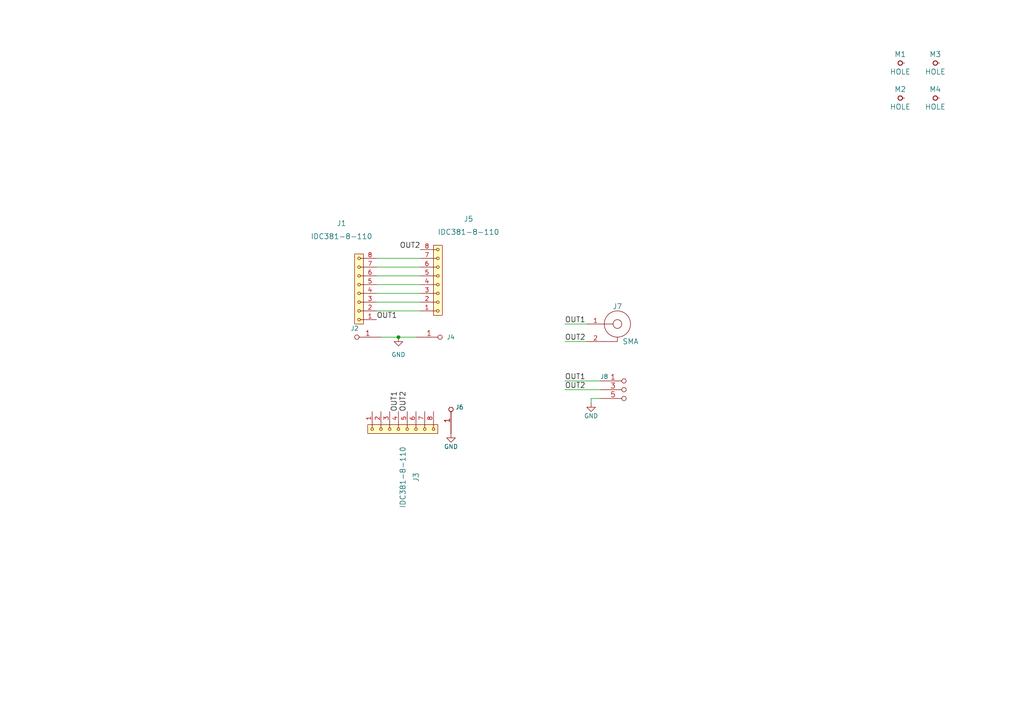
<source format=kicad_sch>
(kicad_sch (version 20211123) (generator eeschema)
  (paper "A4")
  (title_block (title "VLFANT01B") (date "2022-01-26") (company "MLAB") (comment 1 "VLF loop antena interface"))
  (lib_symbols
    (symbol "MLAB_HEADER:HEADER_1x08" (pin_names (offset 1.016))
      (property "Reference" "J" (at 0 -11.43 0))
      (property "Value" "HEADER_1x08" (at 0 11.43 0))
      (symbol "HEADER_1x08_0_1"
        (rectangle (start -1.27 10.16) (end 1.27 -10.16) (fill (type background)))
        (circle (center 0 -8.89) (radius 0.381))
        (circle (center 0 -6.35) (radius 0.381))
        (circle (center 0 -3.81) (radius 0.381))
        (circle (center 0 -1.27) (radius 0.381))
        (polyline (pts (xy -1.27 -8.89) (xy -0.381 -8.89)))
        (polyline (pts (xy -1.27 -6.35) (xy -0.381 -6.35)))
        (polyline (pts (xy -1.27 -3.81) (xy -0.381 -3.81)))
        (polyline (pts (xy -1.27 -1.27) (xy -0.381 -1.27)))
        (polyline (pts (xy -1.27 1.27) (xy -0.381 1.27)))
        (polyline (pts (xy -1.27 3.81) (xy -0.381 3.81)))
        (polyline (pts (xy -1.27 6.35) (xy -0.381 6.35)))
        (polyline (pts (xy -1.27 8.89) (xy -0.381 8.89)))
        (circle (center 0 1.27) (radius 0.381))
        (circle (center 0 3.81) (radius 0.381))
        (circle (center 0 6.35) (radius 0.381))
        (circle (center 0 8.89) (radius 0.381))
      )
      (symbol "HEADER_1x08_1_1"
        (pin input line (at -5.08 8.89 0) (length 3.81) (name "~") (number "1"))
        (pin input line (at -5.08 6.35 0) (length 3.81) (name "~") (number "2"))
        (pin input line (at -5.08 3.81 0) (length 3.81) (name "~") (number "3"))
        (pin input line (at -5.08 1.27 0) (length 3.81) (name "~") (number "4"))
        (pin input line (at -5.08 -1.27 0) (length 3.81) (name "~") (number "5"))
        (pin input line (at -5.08 -3.81 0) (length 3.81) (name "~") (number "6"))
        (pin input line (at -5.08 -6.35 0) (length 3.81) (name "~") (number "7"))
        (pin input line (at -5.08 -8.89 0) (length 3.81) (name "~") (number "8"))
      )
    )
    (symbol "MLAB_Jumpers:JUMP_2x1" (pin_names (offset 1.016) hide)
      (property "Reference" "J" (at 2.54 1.27 0))
      (symbol "JUMP_2x1_1_1"
        (pin passive inverted (at 3.81 0 180) (length 7.62) (name "1") (number "1"))
        (pin passive inverted (at 3.81 0 180) (length 7.62) hide (name "1") (number "2"))
      )
    )
    (symbol "VLFANT01B-rescue:GND" (power) (pin_names (offset 0))
      (property "Value" "GND" (at 0 -3.81 0))
      (symbol "GND_0_1"
        (polyline (pts (xy 0 0) (xy 0 -1.27) (xy 1.27 -1.27) (xy 0 -2.54) (xy -1.27 -1.27) (xy 0 -1.27)))
      )
      (symbol "GND_1_1"
        (pin power_in line (at 0 0 270) (length 0) hide (name "GND") (number "1"))
      )
    )
    (symbol "VLFANT01B-rescue:HOLE" (pin_numbers hide) (pin_names (offset 1.016) hide)
      (property "Reference" "M" (at 0 2.54 0))
      (property "Value" "HOLE" (at 0 -2.54 0))
      (symbol "HOLE_0_1"
        (circle (center 0 0) (radius 0.635) (stroke (width 0.254)))
      )
      (symbol "HOLE_1_1"
        (pin input line (at 1.27 0 180) (length 0.635) (name "~") (number "1"))
      )
    )
    (symbol "VLFANT01B-rescue:JUMP_3X2" (pin_names (offset 1.016) hide)
      (property "Reference" "J" (at -8.89 5.08 0))
      (symbol "JUMP_3X2_1_1"
        (pin passive inverted (at -10.16 3.81 0) (length 7.62) (name "2") (number "1"))
        (pin passive inverted (at -10.16 3.81 0) (length 7.62) hide (name "2") (number "2"))
        (pin passive inverted (at -10.16 1.27 0) (length 7.62) (name "4") (number "3"))
        (pin passive inverted (at -10.16 1.27 0) (length 7.62) hide (name "4") (number "4"))
        (pin passive inverted (at -10.16 -1.27 0) (length 7.62) (name "6") (number "5"))
        (pin passive inverted (at -10.16 -1.27 0) (length 7.62) hide (name "6") (number "6"))
      )
    )
    (symbol "VLFANT01B-rescue:SMA" (pin_names (offset 1.016))
      (property "Reference" "J" (at 0 5.08 0))
      (property "Value" "SMA" (at 3.81 -5.08 0))
      (symbol "SMA_0_1"
        (polyline (pts (xy -1.27 0) (xy -3.81 0)))
        (polyline (pts (xy 0 -3.81) (xy 0 -5.08) (xy -3.81 -5.08)))
        (circle (center 0 0) (radius 1.27))
        (circle (center 0 0) (radius 3.81))
      )
      (symbol "SMA_1_1"
        (pin unspecified line (at -8.89 0 0) (length 5.08) (name "~") (number "1"))
        (pin unspecified line (at -8.89 -5.08 0) (length 5.08) (name "~") (number "2"))
      )
    )
    (symbol "power:GND" (power) (pin_names (offset 0))
      (property "Value" "GND" (at 0 -3.81 0))
      (symbol "GND_0_1"
        (polyline (pts (xy 0 0) (xy 0 -1.27) (xy 1.27 -1.27) (xy 0 -2.54) (xy -1.27 -1.27) (xy 0 -1.27)))
      )
      (symbol "GND_1_1"
        (pin power_in line (at 0 0 270) (length 0) hide (name "GND") (number "1"))
      )
    )
  )
  (junction (at 115.57 97.79))
  (wire (pts (xy 170.18 93.98) (xy 163.83 93.98)))
  (wire (pts (xy 109.22 77.47) (xy 121.92 77.47)))
  (wire (pts (xy 109.22 74.93) (xy 121.92 74.93)))
  (wire (pts (xy 170.18 99.06) (xy 163.83 99.06)))
  (wire (pts (xy 110.49 97.79) (xy 115.57 97.79)))
  (wire (pts (xy 109.22 87.63) (xy 121.92 87.63)))
  (wire (pts (xy 173.99 110.49) (xy 163.83 110.49)))
  (wire (pts (xy 171.45 116.84) (xy 171.45 115.57)))
  (wire (pts (xy 171.45 115.57) (xy 173.99 115.57)))
  (wire (pts (xy 173.99 113.03) (xy 163.83 113.03)))
  (wire (pts (xy 115.57 97.79) (xy 120.65 97.79)))
  (wire (pts (xy 109.22 90.17) (xy 121.92 90.17)))
  (wire (pts (xy 109.22 82.55) (xy 121.92 82.55)))
  (wire (pts (xy 109.22 80.01) (xy 121.92 80.01)))
  (wire (pts (xy 109.22 85.09) (xy 121.92 85.09)))
  (label "OUT2" (at 118.11 119.38 90) (effects (font (size 1.524 1.524))))
  (label "OUT2" (at 163.83 113.03 0) (effects (font (size 1.524 1.524))))
  (label "OUT1" (at 109.22 92.71 0) (effects (font (size 1.524 1.524))))
  (label "OUT2" (at 163.83 99.06 0) (effects (font (size 1.524 1.524))))
  (label "OUT1" (at 115.57 119.38 90) (effects (font (size 1.524 1.524))))
  (label "OUT2" (at 121.92 72.39 180) (effects (font (size 1.524 1.524))))
  (label "OUT1" (at 163.83 93.98 0) (effects (font (size 1.524 1.524))))
  (label "OUT1" (at 163.83 110.49 0) (effects (font (size 1.524 1.524))))
  (symbol (lib_id "VLFANT01B-rescue:HOLE") (at 261.112 18.288 0) (unit 1) (in_bom no)
    (property "Reference" "M1" (at 261.112 15.748 0) (effects (font (size 1.524 1.524))))
    (property "Value" "HOLE" (at 261.112 20.828 0) (effects (font (size 1.524 1.524))))
    (property "Footprint" "Mlab_Mechanical:MountingHole_3mm" (effects hide))
  )
  (symbol (lib_id "VLFANT01B-rescue:HOLE") (at 271.272 18.288 0) (unit 1) (in_bom no)
    (property "Reference" "M3" (at 271.272 15.748 0) (effects (font (size 1.524 1.524))))
    (property "Value" "HOLE" (at 271.272 20.828 0) (effects (font (size 1.524 1.524))))
    (property "Footprint" "Mlab_Mechanical:MountingHole_3mm" (effects hide))
  )
  (symbol (lib_id "VLFANT01B-rescue:HOLE") (at 261.112 28.448 0) (unit 1) (in_bom no)
    (property "Reference" "M2" (at 261.112 25.908 0) (effects (font (size 1.524 1.524))))
    (property "Value" "HOLE" (at 261.112 30.988 0) (effects (font (size 1.524 1.524))))
    (property "Footprint" "Mlab_Mechanical:MountingHole_3mm" (effects hide))
  )
  (symbol (lib_id "VLFANT01B-rescue:HOLE") (at 271.272 28.448 0) (unit 1) (in_bom no)
    (property "Reference" "M4" (at 271.272 25.908 0) (effects (font (size 1.524 1.524))))
    (property "Value" "HOLE" (at 271.272 30.988 0) (effects (font (size 1.524 1.524))))
    (property "Footprint" "Mlab_Mechanical:MountingHole_3mm" (effects hide))
  )
  (symbol (lib_id "VLFANT01B-rescue:SMA") (at 179.07 93.98 0) (unit 1)
    (property "Reference" "J7" (at 179.07 88.9 0) (effects (font (size 1.524 1.524))))
    (property "Value" "SMA" (at 182.88 99.06 0) (effects (font (size 1.524 1.524))))
    (property "Footprint" "Mlab_CON:SMA6251A13G50" (effects hide))
  )
  (symbol (lib_id "VLFANT01B-rescue:JUMP_3X2") (at 184.15 114.3 0) (unit 1)
    (property "Reference" "J8" (at 175.26 109.22 0))
    (property "Value" "JUMP_3X2" (effects hide))
    (property "Footprint" "Mlab_Pin_Headers:Straight_2x03" (effects hide))
  )
  (symbol (lib_id "VLFANT01B-rescue:GND") (at 171.45 116.84 0) (unit 1)
    (property "Reference" "#PWR03" (effects hide))
    (property "Value" "GND" (at 171.45 120.65 0))
  )
  (symbol (lib_id "MLAB_Jumpers:JUMP_2x1") (at 130.81 121.92 270) (unit 1)
    (property "Reference" "J6" (at 132.08 118.1099 90) (effects (justify left)))
    (property "Value" "JUMP_2x1" (effects hide))
    (property "Footprint" "Mlab_Pin_Headers:Straight_1x01" (effects hide))
  )
  (symbol (lib_id "MLAB_HEADER:HEADER_1x08") (at 104.14 83.82 180) (unit 1)
    (property "Reference" "J1" (at 99.06 64.77 0) (effects (font (size 1.524 1.524))))
    (property "Value" "IDC381-8-110" (at 99.06 68.58 0) (effects (font (size 1.524 1.524))))
    (property "Footprint" "Mlab_CON:IDC381-8-110" (effects hide))
  )
  (symbol (lib_id "MLAB_Jumpers:JUMP_2x1") (at 124.46 97.79 180) (unit 1)
    (property "Reference" "J4" (at 129.54 97.7899 0) (effects (justify right)))
    (property "Value" "JUMP_2x1" (effects hide))
    (property "Footprint" "Mlab_Pin_Headers:Straight_1x01" (effects hide))
  )
  (symbol (lib_id "VLFANT01B-rescue:GND") (at 130.81 125.73 0) (unit 1)
    (property "Reference" "#PWR02" (effects hide))
    (property "Value" "GND" (at 130.81 129.54 0))
  )
  (symbol (lib_id "MLAB_HEADER:HEADER_1x08") (at 116.84 124.46 90) (mirror x) (unit 1)
    (property "Reference" "J3" (at 120.65 138.43 0) (effects (font (size 1.524 1.524))))
    (property "Value" "IDC381-8-110" (at 116.84 138.43 0) (effects (font (size 1.524 1.524))))
    (property "Footprint" "Mlab_CON:IDC381-8-110" (effects hide))
  )
  (symbol (lib_id "power:GND") (at 115.57 97.79 0) (unit 1)
    (property "Reference" "#PWR01" (effects hide))
    (property "Value" "GND" (at 115.57 102.87 0))
  )
  (symbol (lib_id "MLAB_Jumpers:JUMP_2x1") (at 106.68 97.79 0) (unit 1)
    (property "Reference" "J2" (at 102.87 95.25 0))
    (property "Value" "JUMP_2x1" (effects hide))
    (property "Footprint" "Mlab_Pin_Headers:Straight_1x01" (effects hide))
  )
  (symbol (lib_id "MLAB_HEADER:HEADER_1x08") (at 127 81.28 0) (mirror x) (unit 1)
    (property "Reference" "J5" (at 135.89 63.5 0) (effects (font (size 1.524 1.524))))
    (property "Value" "IDC381-8-110" (at 135.89 67.31 0) (effects (font (size 1.524 1.524))))
    (property "Footprint" "Mlab_CON:IDC381-8-110" (effects hide))
  )
)
</source>
